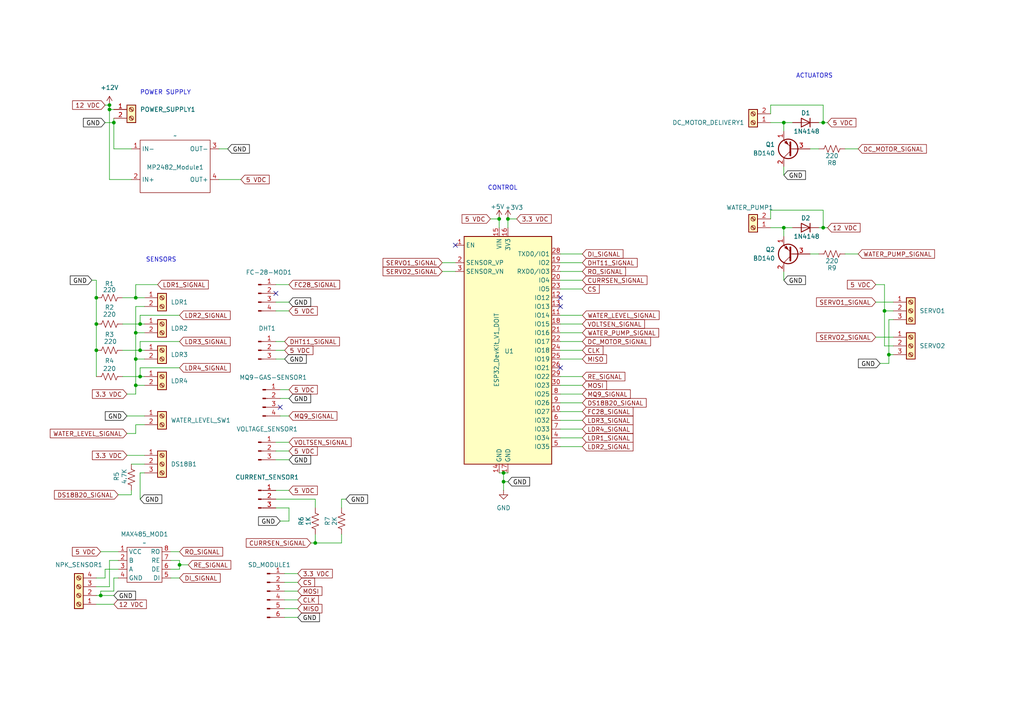
<source format=kicad_sch>
(kicad_sch (version 20231120) (generator "eeschema") (generator_version "8.0")
  (paper "A4")
  (lib_symbols
    (symbol "Connector:Conn_01x03_Pin" (pin_names (offset 1.016) hide)
      (property "Reference" "J" (at 0 5.08 0))
      (property "Value" "Conn_01x03_Pin" (at 0 -5.08 0))
      (symbol "Conn_01x03_Pin_1_1"
        (polyline (pts (xy 1.27 -2.54) (xy 0.8636 -2.54)) (stroke (width 0.1524)))
        (polyline (pts (xy 1.27 0) (xy 0.8636 0)) (stroke (width 0.1524)))
        (polyline (pts (xy 1.27 2.54) (xy 0.8636 2.54)) (stroke (width 0.1524)))
        (rectangle (start 0.8636 -2.413) (end 0 -2.667) (stroke (width 0.1524)) (fill (type outline)))
        (rectangle (start 0.8636 0.127) (end 0 -0.127) (stroke (width 0.1524)) (fill (type outline)))
        (rectangle (start 0.8636 2.667) (end 0 2.413) (stroke (width 0.1524)) (fill (type outline)))
        (pin passive line (at 5.08 2.54 180) (length 3.81) (name "Pin_1") (number "1"))
        (pin passive line (at 5.08 0 180) (length 3.81) (name "Pin_2") (number "2"))
        (pin passive line (at 5.08 -2.54 180) (length 3.81) (name "Pin_3") (number "3"))
      )
    )
    (symbol "Connector:Conn_01x04_Pin" (pin_names (offset 1.016) hide)
      (property "Reference" "J" (at 0 5.08 0))
      (property "Value" "Conn_01x04_Pin" (at 0 -7.62 0))
      (symbol "Conn_01x04_Pin_1_1"
        (polyline (pts (xy 1.27 -5.08) (xy 0.8636 -5.08)) (stroke (width 0.1524)))
        (polyline (pts (xy 1.27 -2.54) (xy 0.8636 -2.54)) (stroke (width 0.1524)))
        (polyline (pts (xy 1.27 0) (xy 0.8636 0)) (stroke (width 0.1524)))
        (polyline (pts (xy 1.27 2.54) (xy 0.8636 2.54)) (stroke (width 0.1524)))
        (rectangle (start 0.8636 -4.953) (end 0 -5.207) (stroke (width 0.1524)) (fill (type outline)))
        (rectangle (start 0.8636 -2.413) (end 0 -2.667) (stroke (width 0.1524)) (fill (type outline)))
        (rectangle (start 0.8636 0.127) (end 0 -0.127) (stroke (width 0.1524)) (fill (type outline)))
        (rectangle (start 0.8636 2.667) (end 0 2.413) (stroke (width 0.1524)) (fill (type outline)))
        (pin passive line (at 5.08 2.54 180) (length 3.81) (name "Pin_1") (number "1"))
        (pin passive line (at 5.08 0 180) (length 3.81) (name "Pin_2") (number "2"))
        (pin passive line (at 5.08 -2.54 180) (length 3.81) (name "Pin_3") (number "3"))
        (pin passive line (at 5.08 -5.08 180) (length 3.81) (name "Pin_4") (number "4"))
      )
    )
    (symbol "Connector:Conn_01x06_Pin" (pin_names (offset 1.016) hide)
      (property "Reference" "J" (at 0 7.62 0))
      (property "Value" "Conn_01x06_Pin" (at 0 -10.16 0))
      (symbol "Conn_01x06_Pin_1_1"
        (polyline (pts (xy 1.27 -7.62) (xy 0.8636 -7.62)) (stroke (width 0.1524)))
        (polyline (pts (xy 1.27 -5.08) (xy 0.8636 -5.08)) (stroke (width 0.1524)))
        (polyline (pts (xy 1.27 -2.54) (xy 0.8636 -2.54)) (stroke (width 0.1524)))
        (polyline (pts (xy 1.27 0) (xy 0.8636 0)) (stroke (width 0.1524)))
        (polyline (pts (xy 1.27 2.54) (xy 0.8636 2.54)) (stroke (width 0.1524)))
        (polyline (pts (xy 1.27 5.08) (xy 0.8636 5.08)) (stroke (width 0.1524)))
        (rectangle (start 0.8636 -7.493) (end 0 -7.747) (stroke (width 0.1524)) (fill (type outline)))
        (rectangle (start 0.8636 -4.953) (end 0 -5.207) (stroke (width 0.1524)) (fill (type outline)))
        (rectangle (start 0.8636 -2.413) (end 0 -2.667) (stroke (width 0.1524)) (fill (type outline)))
        (rectangle (start 0.8636 0.127) (end 0 -0.127) (stroke (width 0.1524)) (fill (type outline)))
        (rectangle (start 0.8636 2.667) (end 0 2.413) (stroke (width 0.1524)) (fill (type outline)))
        (rectangle (start 0.8636 5.207) (end 0 4.953) (stroke (width 0.1524)) (fill (type outline)))
        (pin passive line (at 5.08 5.08 180) (length 3.81) (name "Pin_1") (number "1"))
        (pin passive line (at 5.08 2.54 180) (length 3.81) (name "Pin_2") (number "2"))
        (pin passive line (at 5.08 0 180) (length 3.81) (name "Pin_3") (number "3"))
        (pin passive line (at 5.08 -2.54 180) (length 3.81) (name "Pin_4") (number "4"))
        (pin passive line (at 5.08 -5.08 180) (length 3.81) (name "Pin_5") (number "5"))
        (pin passive line (at 5.08 -7.62 180) (length 3.81) (name "Pin_6") (number "6"))
      )
    )
    (symbol "Connector:Screw_Terminal_01x02" (pin_names (offset 1.016) hide)
      (property "Reference" "J" (at 0 2.54 0))
      (property "Value" "Screw_Terminal_01x02" (at 0 -5.08 0))
      (symbol "Screw_Terminal_01x02_1_1"
        (rectangle (start -1.27 1.27) (end 1.27 -3.81) (stroke (width 0.254)) (fill (type background)))
        (circle (center 0 -2.54) (radius 0.635) (stroke (width 0.1524)))
        (polyline (pts (xy -0.5334 -2.2098) (xy 0.3302 -3.048)) (stroke (width 0.1524)))
        (polyline (pts (xy -0.5334 0.3302) (xy 0.3302 -0.508)) (stroke (width 0.1524)))
        (polyline (pts (xy -0.3556 -2.032) (xy 0.508 -2.8702)) (stroke (width 0.1524)))
        (polyline (pts (xy -0.3556 0.508) (xy 0.508 -0.3302)) (stroke (width 0.1524)))
        (circle (center 0 0) (radius 0.635) (stroke (width 0.1524)))
        (pin passive line (at -5.08 0 0) (length 3.81) (name "Pin_1") (number "1"))
        (pin passive line (at -5.08 -2.54 0) (length 3.81) (name "Pin_2") (number "2"))
      )
    )
    (symbol "Connector:Screw_Terminal_01x03" (pin_names (offset 1.016) hide)
      (property "Reference" "J" (at 0 5.08 0))
      (property "Value" "Screw_Terminal_01x03" (at 0 -5.08 0))
      (symbol "Screw_Terminal_01x03_1_1"
        (rectangle (start -1.27 3.81) (end 1.27 -3.81) (stroke (width 0.254)) (fill (type background)))
        (circle (center 0 -2.54) (radius 0.635) (stroke (width 0.1524)))
        (polyline (pts (xy -0.5334 -2.2098) (xy 0.3302 -3.048)) (stroke (width 0.1524)))
        (polyline (pts (xy -0.5334 0.3302) (xy 0.3302 -0.508)) (stroke (width 0.1524)))
        (polyline (pts (xy -0.5334 2.8702) (xy 0.3302 2.032)) (stroke (width 0.1524)))
        (polyline (pts (xy -0.3556 -2.032) (xy 0.508 -2.8702)) (stroke (width 0.1524)))
        (polyline (pts (xy -0.3556 0.508) (xy 0.508 -0.3302)) (stroke (width 0.1524)))
        (polyline (pts (xy -0.3556 3.048) (xy 0.508 2.2098)) (stroke (width 0.1524)))
        (circle (center 0 0) (radius 0.635) (stroke (width 0.1524)))
        (circle (center 0 2.54) (radius 0.635) (stroke (width 0.1524)))
        (pin passive line (at -5.08 2.54 0) (length 3.81) (name "Pin_1") (number "1"))
        (pin passive line (at -5.08 0 0) (length 3.81) (name "Pin_2") (number "2"))
        (pin passive line (at -5.08 -2.54 0) (length 3.81) (name "Pin_3") (number "3"))
      )
    )
    (symbol "Connector:Screw_Terminal_01x04" (pin_names (offset 1.016) hide)
      (property "Reference" "J" (at 0 5.08 0))
      (property "Value" "Screw_Terminal_01x04" (at 0 -7.62 0))
      (symbol "Screw_Terminal_01x04_1_1"
        (rectangle (start -1.27 3.81) (end 1.27 -6.35) (stroke (width 0.254)) (fill (type background)))
        (circle (center 0 -5.08) (radius 0.635) (stroke (width 0.1524)))
        (circle (center 0 -2.54) (radius 0.635) (stroke (width 0.1524)))
        (polyline (pts (xy -0.5334 -4.7498) (xy 0.3302 -5.588)) (stroke (width 0.1524)))
        (polyline (pts (xy -0.5334 -2.2098) (xy 0.3302 -3.048)) (stroke (width 0.1524)))
        (polyline (pts (xy -0.5334 0.3302) (xy 0.3302 -0.508)) (stroke (width 0.1524)))
        (polyline (pts (xy -0.5334 2.8702) (xy 0.3302 2.032)) (stroke (width 0.1524)))
        (polyline (pts (xy -0.3556 -4.572) (xy 0.508 -5.4102)) (stroke (width 0.1524)))
        (polyline (pts (xy -0.3556 -2.032) (xy 0.508 -2.8702)) (stroke (width 0.1524)))
        (polyline (pts (xy -0.3556 0.508) (xy 0.508 -0.3302)) (stroke (width 0.1524)))
        (polyline (pts (xy -0.3556 3.048) (xy 0.508 2.2098)) (stroke (width 0.1524)))
        (circle (center 0 0) (radius 0.635) (stroke (width 0.1524)))
        (circle (center 0 2.54) (radius 0.635) (stroke (width 0.1524)))
        (pin passive line (at -5.08 2.54 0) (length 3.81) (name "Pin_1") (number "1"))
        (pin passive line (at -5.08 0 0) (length 3.81) (name "Pin_2") (number "2"))
        (pin passive line (at -5.08 -2.54 0) (length 3.81) (name "Pin_3") (number "3"))
        (pin passive line (at -5.08 -5.08 0) (length 3.81) (name "Pin_4") (number "4"))
      )
    )
    (symbol "Device:R_US" (pin_numbers hide) (pin_names (offset 0))
      (property "Reference" "R" (at 2.54 0 90))
      (property "Value" "R_US" (at -2.54 0 90))
      (symbol "R_US_0_1"
        (polyline (pts (xy 0 -2.286) (xy 0 -2.54)))
        (polyline (pts (xy 0 2.286) (xy 0 2.54)))
        (polyline (pts (xy 0 -0.762) (xy 1.016 -1.143) (xy 0 -1.524) (xy -1.016 -1.905) (xy 0 -2.286)))
        (polyline (pts (xy 0 0.762) (xy 1.016 0.381) (xy 0 0) (xy -1.016 -0.381) (xy 0 -0.762)))
        (polyline (pts (xy 0 2.286) (xy 1.016 1.905) (xy 0 1.524) (xy -1.016 1.143) (xy 0 0.762)))
      )
      (symbol "R_US_1_1"
        (pin passive line (at 0 3.81 270) (length 1.27) (name "~") (number "1"))
        (pin passive line (at 0 -3.81 90) (length 1.27) (name "~") (number "2"))
      )
    )
    (symbol "Diode:1N4148" (pin_numbers hide) (pin_names hide)
      (property "Reference" "D" (at 0 2.54 0))
      (property "Value" "1N4148" (at 0 -2.54 0))
      (symbol "1N4148_0_1"
        (polyline (pts (xy -1.27 1.27) (xy -1.27 -1.27)) (stroke (width 0.254)))
        (polyline (pts (xy 1.27 0) (xy -1.27 0)))
        (polyline (pts (xy 1.27 1.27) (xy 1.27 -1.27) (xy -1.27 0) (xy 1.27 1.27)) (stroke (width 0.254)))
      )
      (symbol "1N4148_1_1"
        (pin passive line (at -3.81 0 0) (length 2.54) (name "K") (number "1"))
        (pin passive line (at 3.81 0 180) (length 2.54) (name "A") (number "2"))
      )
    )
    (symbol "MAX485_Module:MAX485"
      (property "Reference" "MAX485_MOD1" (at 0 7.62 0))
      (property "Value" "~" (at 0 5.08 0))
      (symbol "MAX485_0_1"
        (rectangle (start -5.08 3.81) (end 5.08 -6.35))
      )
      (symbol "MAX485_1_1"
        (pin bidirectional line (at -7.62 2.54 0) (length 2.54) (name "VCC") (number "1"))
        (pin bidirectional line (at -7.62 0 0) (length 2.54) (name "B") (number "2"))
        (pin bidirectional line (at -7.62 -2.54 0) (length 2.54) (name "A") (number "3"))
        (pin bidirectional line (at -7.62 -5.08 0) (length 2.54) (name "GND") (number "4"))
        (pin bidirectional line (at 7.62 -5.08 180) (length 2.54) (name "DI") (number "5"))
        (pin bidirectional line (at 7.62 -2.54 180) (length 2.54) (name "DE") (number "6"))
        (pin bidirectional line (at 7.62 0 180) (length 2.54) (name "RE") (number "7"))
        (pin bidirectional line (at 7.62 2.54 180) (length 2.54) (name "RO") (number "8"))
      )
    )
    (symbol "MP2482_Module:MP2482_Module"
      (property "Reference" "MP2482_Module1" (at 0 11.43 0))
      (property "Value" "~" (at 0 8.89 0))
      (symbol "MP2482_Module_0_1"
        (rectangle (start -10.16 7.62) (end 10.16 -7.62))
      )
      (symbol "MP2482_Module_1_1"
        (pin input line (at -12.7 5.08 0) (length 2.54) (name "IN-") (number "1"))
        (pin input line (at -12.7 -3.81 0) (length 2.54) (name "IN+") (number "2"))
        (pin output line (at 12.7 5.08 180) (length 2.54) (name "OUT-") (number "3"))
        (pin output line (at 12.7 -3.81 180) (length 2.54) (name "OUT+") (number "4"))
      )
    )
    (symbol "Transistor_BJT:BD140" (pin_names (offset 0) hide)
      (property "Reference" "Q" (at 5.08 1.905 0))
      (property "Value" "BD140" (at 5.08 0 0))
      (symbol "BD140_0_1"
        (polyline (pts (xy 0 0) (xy 0.635 0)))
        (polyline (pts (xy 2.54 -2.54) (xy 0.635 -0.635)))
        (polyline (pts (xy 2.54 2.54) (xy 0.635 0.635)))
        (polyline (pts (xy 0.635 1.905) (xy 0.635 -1.905) (xy 0.635 -1.905)) (stroke (width 0.508)) (fill (type outline)))
        (polyline (pts (xy 1.778 -2.286) (xy 2.286 -1.778) (xy 1.27 -1.27) (xy 1.778 -2.286) (xy 1.778 -2.286)) (fill (type outline)))
        (circle (center 1.27 0) (radius 2.8194) (stroke (width 0.3048)))
      )
      (symbol "BD140_1_1"
        (pin passive line (at 2.54 -5.08 90) (length 2.54) (name "E") (number "1"))
        (pin passive line (at 2.54 5.08 270) (length 2.54) (name "C") (number "2"))
        (pin input line (at -5.08 0 0) (length 5.08) (name "B") (number "3"))
      )
    )
    (symbol "esp32_devkit_v1_doit:ESP32_DevKit_V1_DOIT"
      (property "Reference" "U" (at -11.43 34.29 0))
      (property "Value" "ESP32_DevKit_V1_DOIT" (at 11.43 34.29 0))
      (symbol "ESP32_DevKit_V1_DOIT_1_1"
        (rectangle (start -12.7 33.02) (end 12.7 -33.02) (stroke (width 0.254)) (fill (type background)))
        (pin input line (at -15.24 30.48 0) (length 2.54) (name "EN") (number "1"))
        (pin bidirectional line (at 15.24 -17.78 180) (length 2.54) (name "IO27") (number "10"))
        (pin bidirectional line (at 15.24 10.16 180) (length 2.54) (name "IO14") (number "11"))
        (pin bidirectional line (at 15.24 15.24 180) (length 2.54) (name "IO12") (number "12"))
        (pin bidirectional line (at 15.24 12.7 180) (length 2.54) (name "IO13") (number "13"))
        (pin power_in line (at -2.54 -35.56 90) (length 2.54) (name "GND") (number "14"))
        (pin power_in line (at -2.54 35.56 270) (length 2.54) (name "VIN") (number "15"))
        (pin power_in line (at 0 35.56 270) (length 2.54) (name "3V3") (number "16"))
        (pin power_in line (at 0 -35.56 90) (length 2.54) (name "GND") (number "17"))
        (pin bidirectional line (at 15.24 7.62 180) (length 2.54) (name "IO15") (number "18"))
        (pin bidirectional line (at 15.24 25.4 180) (length 2.54) (name "IO2") (number "19"))
        (pin input line (at -15.24 25.4 0) (length 2.54) (name "SENSOR_VP") (number "2"))
        (pin bidirectional line (at 15.24 20.32 180) (length 2.54) (name "IO4") (number "20"))
        (pin bidirectional line (at 15.24 5.08 180) (length 2.54) (name "IO16") (number "21"))
        (pin bidirectional line (at 15.24 2.54 180) (length 2.54) (name "IO17") (number "22"))
        (pin bidirectional line (at 15.24 17.78 180) (length 2.54) (name "IO5") (number "23"))
        (pin bidirectional line (at 15.24 0 180) (length 2.54) (name "IO18") (number "24"))
        (pin bidirectional line (at 15.24 -2.54 180) (length 2.54) (name "IO19") (number "25"))
        (pin bidirectional line (at 15.24 -5.08 180) (length 2.54) (name "IO21") (number "26"))
        (pin bidirectional line (at 15.24 22.86 180) (length 2.54) (name "RXD0/IO3") (number "27"))
        (pin bidirectional line (at 15.24 27.94 180) (length 2.54) (name "TXD0/IO1") (number "28"))
        (pin bidirectional line (at 15.24 -7.62 180) (length 2.54) (name "IO22") (number "29"))
        (pin input line (at -15.24 22.86 0) (length 2.54) (name "SENSOR_VN") (number "3"))
        (pin bidirectional line (at 15.24 -10.16 180) (length 2.54) (name "IO23") (number "30"))
        (pin input line (at 15.24 -25.4 180) (length 2.54) (name "IO34") (number "4"))
        (pin input line (at 15.24 -27.94 180) (length 2.54) (name "IO35") (number "5"))
        (pin bidirectional line (at 15.24 -20.32 180) (length 2.54) (name "IO32") (number "6"))
        (pin bidirectional line (at 15.24 -22.86 180) (length 2.54) (name "IO33") (number "7"))
        (pin bidirectional line (at 15.24 -12.7 180) (length 2.54) (name "IO25") (number "8"))
        (pin bidirectional line (at 15.24 -15.24 180) (length 2.54) (name "IO26") (number "9"))
      )
    )
    (symbol "power:+12V" (power) (pin_numbers hide) (pin_names (offset 0) hide)
      (property "Value" "+12V" (at 0 3.556 0))
      (symbol "+12V_0_1"
        (polyline (pts (xy -0.762 1.27) (xy 0 2.54)))
        (polyline (pts (xy 0 0) (xy 0 2.54)))
        (polyline (pts (xy 0 2.54) (xy 0.762 1.27)))
      )
      (symbol "+12V_1_1"
        (pin power_in line (at 0 0 90) (length 0) (name "~") (number "1"))
      )
    )
    (symbol "power:+3V3" (power) (pin_numbers hide) (pin_names (offset 0) hide)
      (property "Value" "+3V3" (at 0 3.556 0))
      (symbol "+3V3_0_1"
        (polyline (pts (xy -0.762 1.27) (xy 0 2.54)))
        (polyline (pts (xy 0 0) (xy 0 2.54)))
        (polyline (pts (xy 0 2.54) (xy 0.762 1.27)))
      )
      (symbol "+3V3_1_1"
        (pin power_in line (at 0 0 90) (length 0) (name "~") (number "1"))
      )
    )
    (symbol "power:+5V" (power) (pin_numbers hide) (pin_names (offset 0) hide)
      (property "Value" "+5V" (at 0 3.556 0))
      (symbol "+5V_0_1"
        (polyline (pts (xy -0.762 1.27) (xy 0 2.54)))
        (polyline (pts (xy 0 0) (xy 0 2.54)))
        (polyline (pts (xy 0 2.54) (xy 0.762 1.27)))
      )
      (symbol "+5V_1_1"
        (pin power_in line (at 0 0 90) (length 0) (name "~") (number "1"))
      )
    )
    (symbol "power:GND" (power) (pin_numbers hide) (pin_names (offset 0) hide)
      (property "Value" "GND" (at 0 -3.81 0))
      (symbol "GND_0_1"
        (polyline (pts (xy 0 0) (xy 0 -1.27) (xy 1.27 -1.27) (xy 0 -2.54) (xy -1.27 -1.27) (xy 0 -1.27)))
      )
      (symbol "GND_1_1"
        (pin power_in line (at 0 0 270) (length 0) (name "~") (number "1"))
      )
    )
  )
  (junction (at 27.94 93.98))
  (junction (at 238.76 35.56))
  (junction (at 257.81 102.87))
  (junction (at 27.94 86.36))
  (junction (at 256.54 90.17))
  (junction (at 40.64 101.6))
  (junction (at 40.64 93.98))
  (junction (at 31.75 30.48))
  (junction (at 147.32 63.5))
  (junction (at 27.94 101.6))
  (junction (at 227.33 66.04))
  (junction (at 39.37 111.76))
  (junction (at 91.44 157.48))
  (junction (at 39.37 86.36))
  (junction (at 238.76 66.04))
  (junction (at 33.02 35.56))
  (junction (at 144.78 63.5))
  (junction (at 227.33 35.56))
  (junction (at 39.37 104.14))
  (junction (at 52.07 163.83))
  (junction (at 29.21 172.72))
  (junction (at 40.64 109.22))
  (junction (at 146.05 139.7))
  (junction (at 146.05 137.16))
  (junction (at 31.75 31.75))
  (junction (at 39.37 96.52))
  (no_connect (at 81.28 118.11))
  (no_connect (at 80.01 85.09))
  (no_connect (at 162.56 88.9))
  (no_connect (at 132.08 71.12))
  (no_connect (at 162.56 106.68))
  (no_connect (at 162.56 86.36))
  (wire (pts (xy 49.53 162.56) (xy 52.07 162.56)))
  (wire (pts (xy 63.5 52.07) (xy 69.85 52.07)))
  (wire (pts (xy 80.01 128.27) (xy 83.82 128.27)))
  (wire (pts (xy 162.56 78.74) (xy 168.91 78.74)))
  (wire (pts (xy 82.55 168.91) (xy 86.36 168.91)))
  (wire (pts (xy 162.56 83.82) (xy 168.91 83.82)))
  (wire (pts (xy 162.56 76.2) (xy 168.91 76.2)))
  (wire (pts (xy 99.06 144.78) (xy 99.06 147.32)))
  (wire (pts (xy 82.55 171.45) (xy 86.36 171.45)))
  (wire (pts (xy 49.53 160.02) (xy 52.07 160.02)))
  (wire (pts (xy 223.52 33.02) (xy 223.52 30.48)))
  (wire (pts (xy 144.78 66.04) (xy 144.78 63.5)))
  (wire (pts (xy 162.56 93.98) (xy 168.91 93.98)))
  (wire (pts (xy 223.52 63.5) (xy 223.52 60.96)))
  (wire (pts (xy 144.78 137.16) (xy 146.05 137.16)))
  (wire (pts (xy 31.75 30.48) (xy 31.75 31.75)))
  (wire (pts (xy 36.83 132.08) (xy 41.91 132.08)))
  (wire (pts (xy 49.53 165.1) (xy 52.07 165.1)))
  (wire (pts (xy 162.56 121.92) (xy 168.91 121.92)))
  (wire (pts (xy 227.33 35.56) (xy 229.87 35.56)))
  (wire (pts (xy 82.55 179.07) (xy 86.36 179.07)))
  (wire (pts (xy 45.72 82.55) (xy 39.37 82.55)))
  (wire (pts (xy 40.64 101.6) (xy 41.91 101.6)))
  (wire (pts (xy 162.56 116.84) (xy 168.91 116.84)))
  (wire (pts (xy 128.27 78.74) (xy 132.08 78.74)))
  (wire (pts (xy 39.37 86.36) (xy 41.91 86.36)))
  (wire (pts (xy 99.06 157.48) (xy 99.06 154.94)))
  (wire (pts (xy 33.02 35.56) (xy 33.02 43.18)))
  (wire (pts (xy 39.37 123.19) (xy 39.37 125.73)))
  (wire (pts (xy 80.01 133.35) (xy 83.82 133.35)))
  (wire (pts (xy 41.91 123.19) (xy 39.37 123.19)))
  (wire (pts (xy 40.64 137.16) (xy 41.91 137.16)))
  (wire (pts (xy 40.64 137.16) (xy 40.64 144.78)))
  (wire (pts (xy 80.01 101.6) (xy 82.55 101.6)))
  (wire (pts (xy 227.33 38.1) (xy 227.33 35.56)))
  (wire (pts (xy 223.52 66.04) (xy 227.33 66.04)))
  (wire (pts (xy 29.21 172.72) (xy 33.02 172.72)))
  (wire (pts (xy 257.81 105.41) (xy 257.81 102.87)))
  (wire (pts (xy 52.07 99.06) (xy 40.64 99.06)))
  (wire (pts (xy 257.81 92.71) (xy 257.81 102.87)))
  (wire (pts (xy 80.01 144.78) (xy 91.44 144.78)))
  (wire (pts (xy 52.07 163.83) (xy 54.61 163.83)))
  (wire (pts (xy 91.44 147.32) (xy 91.44 144.78)))
  (wire (pts (xy 128.27 76.2) (xy 132.08 76.2)))
  (wire (pts (xy 256.54 82.55) (xy 256.54 90.17)))
  (wire (pts (xy 82.55 173.99) (xy 86.36 173.99)))
  (wire (pts (xy 227.33 66.04) (xy 229.87 66.04)))
  (wire (pts (xy 27.94 170.18) (xy 31.75 170.18)))
  (wire (pts (xy 147.32 139.7) (xy 146.05 139.7)))
  (wire (pts (xy 144.78 63.5) (xy 142.24 63.5)))
  (wire (pts (xy 146.05 137.16) (xy 147.32 137.16)))
  (wire (pts (xy 254 97.79) (xy 259.08 97.79)))
  (wire (pts (xy 162.56 73.66) (xy 168.91 73.66)))
  (wire (pts (xy 31.75 31.75) (xy 33.02 31.75)))
  (wire (pts (xy 256.54 90.17) (xy 256.54 100.33)))
  (wire (pts (xy 162.56 91.44) (xy 168.91 91.44)))
  (wire (pts (xy 36.83 114.3) (xy 39.37 114.3)))
  (wire (pts (xy 91.44 157.48) (xy 99.06 157.48)))
  (wire (pts (xy 83.82 147.32) (xy 83.82 151.13)))
  (wire (pts (xy 162.56 96.52) (xy 168.91 96.52)))
  (wire (pts (xy 36.83 120.65) (xy 41.91 120.65)))
  (wire (pts (xy 41.91 88.9) (xy 39.37 88.9)))
  (wire (pts (xy 162.56 111.76) (xy 168.91 111.76)))
  (wire (pts (xy 30.48 165.1) (xy 34.29 165.1)))
  (wire (pts (xy 80.01 142.24) (xy 83.82 142.24)))
  (wire (pts (xy 38.1 134.62) (xy 41.91 134.62)))
  (wire (pts (xy 38.1 142.24) (xy 38.1 143.51)))
  (wire (pts (xy 39.37 88.9) (xy 39.37 96.52)))
  (wire (pts (xy 49.53 167.64) (xy 52.07 167.64)))
  (wire (pts (xy 30.48 30.48) (xy 31.75 30.48)))
  (wire (pts (xy 162.56 124.46) (xy 168.91 124.46)))
  (wire (pts (xy 238.76 30.48) (xy 238.76 35.56)))
  (wire (pts (xy 254 82.55) (xy 256.54 82.55)))
  (wire (pts (xy 39.37 96.52) (xy 41.91 96.52)))
  (wire (pts (xy 52.07 91.44) (xy 40.64 91.44)))
  (wire (pts (xy 254 87.63) (xy 259.08 87.63)))
  (wire (pts (xy 80.01 82.55) (xy 83.82 82.55)))
  (wire (pts (xy 27.94 175.26) (xy 33.02 175.26)))
  (wire (pts (xy 81.28 115.57) (xy 83.82 115.57)))
  (wire (pts (xy 33.02 34.29) (xy 33.02 35.56)))
  (wire (pts (xy 40.64 109.22) (xy 41.91 109.22)))
  (wire (pts (xy 27.94 93.98) (xy 27.94 101.6)))
  (wire (pts (xy 162.56 114.3) (xy 168.91 114.3)))
  (wire (pts (xy 81.28 113.03) (xy 83.82 113.03)))
  (wire (pts (xy 80.01 99.06) (xy 82.55 99.06)))
  (wire (pts (xy 52.07 162.56) (xy 52.07 163.83)))
  (wire (pts (xy 35.56 86.36) (xy 39.37 86.36)))
  (wire (pts (xy 223.52 60.96) (xy 238.76 60.96)))
  (wire (pts (xy 29.21 171.45) (xy 29.21 172.72)))
  (wire (pts (xy 162.56 127) (xy 168.91 127)))
  (wire (pts (xy 29.21 160.02) (xy 34.29 160.02)))
  (wire (pts (xy 27.94 86.36) (xy 27.94 93.98)))
  (wire (pts (xy 27.94 101.6) (xy 27.94 109.22)))
  (wire (pts (xy 39.37 114.3) (xy 39.37 111.76)))
  (wire (pts (xy 91.44 154.94) (xy 91.44 157.48)))
  (wire (pts (xy 81.28 151.13) (xy 83.82 151.13)))
  (wire (pts (xy 227.33 68.58) (xy 227.33 66.04)))
  (wire (pts (xy 223.52 30.48) (xy 238.76 30.48)))
  (wire (pts (xy 234.95 73.66) (xy 237.49 73.66)))
  (wire (pts (xy 39.37 104.14) (xy 39.37 111.76)))
  (wire (pts (xy 40.64 93.98) (xy 41.91 93.98)))
  (wire (pts (xy 80.01 90.17) (xy 83.82 90.17)))
  (wire (pts (xy 52.07 106.68) (xy 40.64 106.68)))
  (wire (pts (xy 27.94 81.28) (xy 27.94 86.36)))
  (wire (pts (xy 26.67 81.28) (xy 27.94 81.28)))
  (wire (pts (xy 31.75 31.75) (xy 31.75 52.07)))
  (wire (pts (xy 30.48 167.64) (xy 30.48 165.1)))
  (wire (pts (xy 40.64 99.06) (xy 40.64 101.6)))
  (wire (pts (xy 52.07 163.83) (xy 52.07 165.1)))
  (wire (pts (xy 35.56 93.98) (xy 40.64 93.98)))
  (wire (pts (xy 259.08 90.17) (xy 256.54 90.17)))
  (wire (pts (xy 146.05 139.7) (xy 146.05 142.24)))
  (wire (pts (xy 238.76 60.96) (xy 238.76 66.04)))
  (wire (pts (xy 162.56 81.28) (xy 168.91 81.28)))
  (wire (pts (xy 82.55 176.53) (xy 86.36 176.53)))
  (wire (pts (xy 38.1 143.51) (xy 34.29 143.51)))
  (wire (pts (xy 259.08 92.71) (xy 257.81 92.71)))
  (wire (pts (xy 162.56 104.14) (xy 168.91 104.14)))
  (wire (pts (xy 146.05 137.16) (xy 146.05 139.7)))
  (wire (pts (xy 162.56 101.6) (xy 168.91 101.6)))
  (wire (pts (xy 39.37 96.52) (xy 39.37 104.14)))
  (wire (pts (xy 33.02 171.45) (xy 29.21 171.45)))
  (wire (pts (xy 38.1 52.07) (xy 31.75 52.07)))
  (wire (pts (xy 27.94 167.64) (xy 30.48 167.64)))
  (wire (pts (xy 237.49 35.56) (xy 238.76 35.56)))
  (wire (pts (xy 80.01 104.14) (xy 82.55 104.14)))
  (wire (pts (xy 162.56 129.54) (xy 168.91 129.54)))
  (wire (pts (xy 223.52 35.56) (xy 227.33 35.56)))
  (wire (pts (xy 90.17 157.48) (xy 91.44 157.48)))
  (wire (pts (xy 33.02 167.64) (xy 33.02 171.45)))
  (wire (pts (xy 39.37 111.76) (xy 41.91 111.76)))
  (wire (pts (xy 30.48 35.56) (xy 33.02 35.56)))
  (wire (pts (xy 162.56 109.22) (xy 168.91 109.22)))
  (wire (pts (xy 147.32 66.04) (xy 147.32 63.5)))
  (wire (pts (xy 256.54 100.33) (xy 259.08 100.33)))
  (wire (pts (xy 63.5 43.18) (xy 66.04 43.18)))
  (wire (pts (xy 237.49 66.04) (xy 238.76 66.04)))
  (wire (pts (xy 80.01 130.81) (xy 83.82 130.81)))
  (wire (pts (xy 80.01 147.32) (xy 83.82 147.32)))
  (wire (pts (xy 147.32 63.5) (xy 149.86 63.5)))
  (wire (pts (xy 31.75 170.18) (xy 31.75 162.56)))
  (wire (pts (xy 245.11 73.66) (xy 248.92 73.66)))
  (wire (pts (xy 39.37 82.55) (xy 39.37 86.36)))
  (wire (pts (xy 27.94 172.72) (xy 29.21 172.72)))
  (wire (pts (xy 227.33 48.26) (xy 227.33 50.8)))
  (wire (pts (xy 35.56 109.22) (xy 40.64 109.22)))
  (wire (pts (xy 40.64 91.44) (xy 40.64 93.98)))
  (wire (pts (xy 82.55 166.37) (xy 86.36 166.37)))
  (wire (pts (xy 80.01 87.63) (xy 83.82 87.63)))
  (wire (pts (xy 39.37 104.14) (xy 41.91 104.14)))
  (wire (pts (xy 40.64 106.68) (xy 40.64 109.22)))
  (wire (pts (xy 99.06 144.78) (xy 100.33 144.78)))
  (wire (pts (xy 238.76 66.04) (xy 240.03 66.04)))
  (wire (pts (xy 255.27 105.41) (xy 257.81 105.41)))
  (wire (pts (xy 34.29 167.64) (xy 33.02 167.64)))
  (wire (pts (xy 81.28 120.65) (xy 83.82 120.65)))
  (wire (pts (xy 257.81 102.87) (xy 259.08 102.87)))
  (wire (pts (xy 238.76 35.56) (xy 240.03 35.56)))
  (wire (pts (xy 245.11 43.18) (xy 248.92 43.18)))
  (wire (pts (xy 35.56 101.6) (xy 40.64 101.6)))
  (wire (pts (xy 31.75 162.56) (xy 34.29 162.56)))
  (wire (pts (xy 39.37 125.73) (xy 36.83 125.73)))
  (wire (pts (xy 38.1 43.18) (xy 33.02 43.18)))
  (wire (pts (xy 234.95 43.18) (xy 237.49 43.18)))
  (wire (pts (xy 227.33 78.74) (xy 227.33 81.28)))
  (wire (pts (xy 162.56 119.38) (xy 168.91 119.38)))
  (wire (pts (xy 162.56 99.06) (xy 168.91 99.06)))
  (text "ACTUATORS" (at 236.22 22.098 0) (effects (font (size 1.27 1.27))))
  (text "SENSORS" (at 46.736 75.438 0) (effects (font (size 1.27 1.27))))
  (text "POWER SUPPLY" (at 48.006 26.924 0) (effects (font (size 1.27 1.27))))
  (text "CONTROL" (at 145.796 54.61 0) (effects (font (size 1.27 1.27))))
  (global_label "DC_MOTOR_SIGNAL" (shape input) (at 168.91 99.06 0) (property "Intersheetrefs" "${INTERSHEET_REFS}" (effects (hide yes))))
  (global_label "RO_SIGNAL" (shape input) (at 168.91 78.74 0) (property "Intersheetrefs" "${INTERSHEET_REFS}" (effects (hide yes))))
  (global_label "5 VDC" (shape input) (at 240.03 35.56 0) (property "Intersheetrefs" "${INTERSHEET_REFS}" (effects (hide yes))))
  (global_label "WATER_LEVEL_SIGNAL" (shape input) (at 168.91 91.44 0) (property "Intersheetrefs" "${INTERSHEET_REFS}" (effects (hide yes))))
  (global_label "GND" (shape input) (at 227.33 50.8 0) (property "Intersheetrefs" "${INTERSHEET_REFS}" (effects (hide yes))))
  (global_label "5 VDC" (shape input) (at 69.85 52.07 0) (property "Intersheetrefs" "${INTERSHEET_REFS}" (effects (hide yes))))
  (global_label "GND" (shape input) (at 100.33 144.78 0) (property "Intersheetrefs" "${INTERSHEET_REFS}" (effects (hide yes))))
  (global_label "GND" (shape input) (at 33.02 172.72 0) (property "Intersheetrefs" "${INTERSHEET_REFS}" (effects (hide yes))))
  (global_label "3.3 VDC" (shape input) (at 86.36 166.37 0) (property "Intersheetrefs" "${INTERSHEET_REFS}" (effects (hide yes))))
  (global_label "MQ9_SIGNAL" (shape input) (at 168.91 114.3 0) (property "Intersheetrefs" "${INTERSHEET_REFS}" (effects (hide yes))))
  (global_label "MISO" (shape input) (at 86.36 176.53 0) (property "Intersheetrefs" "${INTERSHEET_REFS}" (effects (hide yes))))
  (global_label "3.3 VDC" (shape input) (at 36.83 132.08 180) (property "Intersheetrefs" "${INTERSHEET_REFS}" (effects (hide yes))))
  (global_label "5 VDC" (shape input) (at 83.82 130.81 0) (property "Intersheetrefs" "${INTERSHEET_REFS}" (effects (hide yes))))
  (global_label "CS" (shape input) (at 86.36 168.91 0) (property "Intersheetrefs" "${INTERSHEET_REFS}" (effects (hide yes))))
  (global_label "GND" (shape input) (at 66.04 43.18 0) (property "Intersheetrefs" "${INTERSHEET_REFS}" (effects (hide yes))))
  (global_label "5 VDC" (shape input) (at 142.24 63.5 180) (property "Intersheetrefs" "${INTERSHEET_REFS}" (effects (hide yes))))
  (global_label "GND" (shape input) (at 227.33 81.28 0) (property "Intersheetrefs" "${INTERSHEET_REFS}" (effects (hide yes))))
  (global_label "3.3 VDC" (shape input) (at 149.86 63.5 0) (property "Intersheetrefs" "${INTERSHEET_REFS}" (effects (hide yes))))
  (global_label "LDR3_SIGNAL" (shape input) (at 168.91 121.92 0) (property "Intersheetrefs" "${INTERSHEET_REFS}" (effects (hide yes))))
  (global_label "5 VDC" (shape input) (at 83.82 113.03 0) (property "Intersheetrefs" "${INTERSHEET_REFS}" (effects (hide yes))))
  (global_label "LDR1_SIGNAL" (shape input) (at 45.72 82.55 0) (property "Intersheetrefs" "${INTERSHEET_REFS}" (effects (hide yes))))
  (global_label "SERVO2_SIGNAL" (shape input) (at 254 97.79 180) (property "Intersheetrefs" "${INTERSHEET_REFS}" (effects (hide yes))))
  (global_label "CS" (shape input) (at 168.91 83.82 0) (property "Intersheetrefs" "${INTERSHEET_REFS}" (effects (hide yes))))
  (global_label "LDR2_SIGNAL" (shape input) (at 168.91 129.54 0) (property "Intersheetrefs" "${INTERSHEET_REFS}" (effects (hide yes))))
  (global_label "MQ9_SIGNAL" (shape input) (at 83.82 120.65 0) (property "Intersheetrefs" "${INTERSHEET_REFS}" (effects (hide yes))))
  (global_label "5 VDC" (shape input) (at 83.82 90.17 0) (property "Intersheetrefs" "${INTERSHEET_REFS}" (effects (hide yes))))
  (global_label "DI_SIGNAL" (shape input) (at 168.91 73.66 0) (property "Intersheetrefs" "${INTERSHEET_REFS}" (effects (hide yes))))
  (global_label "GND" (shape input) (at 86.36 179.07 0) (property "Intersheetrefs" "${INTERSHEET_REFS}" (effects (hide yes))))
  (global_label "LDR2_SIGNAL" (shape input) (at 52.07 91.44 0) (property "Intersheetrefs" "${INTERSHEET_REFS}" (effects (hide yes))))
  (global_label "GND" (shape input) (at 30.48 35.56 180) (property "Intersheetrefs" "${INTERSHEET_REFS}" (effects (hide yes))))
  (global_label "VOLTSEN_SIGNAL" (shape input) (at 83.82 128.27 0) (property "Intersheetrefs" "${INTERSHEET_REFS}" (effects (hide yes))))
  (global_label "GND" (shape input) (at 81.28 151.13 180) (property "Intersheetrefs" "${INTERSHEET_REFS}" (effects (hide yes))))
  (global_label "WATER_PUMP_SIGNAL" (shape input) (at 248.92 73.66 0) (property "Intersheetrefs" "${INTERSHEET_REFS}" (effects (hide yes))))
  (global_label "CURRSEN_SIGNAL" (shape input) (at 168.91 81.28 0) (property "Intersheetrefs" "${INTERSHEET_REFS}" (effects (hide yes))))
  (global_label "RE_SIGNAL" (shape input) (at 168.91 109.22 0) (property "Intersheetrefs" "${INTERSHEET_REFS}" (effects (hide yes))))
  (global_label "CURRSEN_SIGNAL" (shape input) (at 90.17 157.48 180) (property "Intersheetrefs" "${INTERSHEET_REFS}" (effects (hide yes))))
  (global_label "GND" (shape input) (at 36.83 120.65 180) (property "Intersheetrefs" "${INTERSHEET_REFS}" (effects (hide yes))))
  (global_label "LDR3_SIGNAL" (shape input) (at 52.07 99.06 0) (property "Intersheetrefs" "${INTERSHEET_REFS}" (effects (hide yes))))
  (global_label "GND" (shape input) (at 26.67 81.28 180) (property "Intersheetrefs" "${INTERSHEET_REFS}" (effects (hide yes))))
  (global_label "LDR1_SIGNAL" (shape input) (at 168.91 127 0) (property "Intersheetrefs" "${INTERSHEET_REFS}" (effects (hide yes))))
  (global_label "DHT11_SIGNAL" (shape input) (at 168.91 76.2 0) (property "Intersheetrefs" "${INTERSHEET_REFS}" (effects (hide yes))))
  (global_label "GND" (shape input) (at 147.32 139.7 0) (property "Intersheetrefs" "${INTERSHEET_REFS}" (effects (hide yes))))
  (global_label "DI_SIGNAL" (shape input) (at 52.07 167.64 0) (property "Intersheetrefs" "${INTERSHEET_REFS}" (effects (hide yes))))
  (global_label "LDR4_SIGNAL" (shape input) (at 168.91 124.46 0) (property "Intersheetrefs" "${INTERSHEET_REFS}" (effects (hide yes))))
  (global_label "12 VDC" (shape input) (at 240.03 66.04 0) (property "Intersheetrefs" "${INTERSHEET_REFS}" (effects (hide yes))))
  (global_label "DC_MOTOR_SIGNAL" (shape input) (at 248.92 43.18 0) (property "Intersheetrefs" "${INTERSHEET_REFS}" (effects (hide yes))))
  (global_label "WATER_PUMP_SIGNAL" (shape input) (at 168.91 96.52 0) (property "Intersheetrefs" "${INTERSHEET_REFS}" (effects (hide yes))))
  (global_label "DS18B20_SIGNAL" (shape input) (at 34.29 143.51 180) (property "Intersheetrefs" "${INTERSHEET_REFS}" (effects (hide yes))))
  (global_label "MISO" (shape input) (at 168.91 104.14 0) (property "Intersheetrefs" "${INTERSHEET_REFS}" (effects (hide yes))))
  (global_label "5 VDC" (shape input) (at 83.82 142.24 0) (property "Intersheetrefs" "${INTERSHEET_REFS}" (effects (hide yes))))
  (global_label "MOSI" (shape input) (at 86.36 171.45 0) (property "Intersheetrefs" "${INTERSHEET_REFS}" (effects (hide yes))))
  (global_label "5 VDC" (shape input) (at 82.55 101.6 0) (property "Intersheetrefs" "${INTERSHEET_REFS}" (effects (hide yes))))
  (global_label "GND" (shape input) (at 255.27 105.41 180) (property "Intersheetrefs" "${INTERSHEET_REFS}" (effects (hide yes))))
  (global_label "SERVO1_SIGNAL" (shape input) (at 254 87.63 180) (property "Intersheetrefs" "${INTERSHEET_REFS}" (effects (hide yes))))
  (global_label "FC28_SIGNAL" (shape input) (at 168.91 119.38 0) (property "Intersheetrefs" "${INTERSHEET_REFS}" (effects (hide yes))))
  (global_label "5 VDC" (shape input) (at 29.21 160.02 180) (property "Intersheetrefs" "${INTERSHEET_REFS}" (effects (hide yes))))
  (global_label "GND" (shape input) (at 83.82 133.35 0) (property "Intersheetrefs" "${INTERSHEET_REFS}" (effects (hide yes))))
  (global_label "CLK" (shape input) (at 86.36 173.99 0) (property "Intersheetrefs" "${INTERSHEET_REFS}" (effects (hide yes))))
  (global_label "SERVO2_SIGNAL" (shape input) (at 128.27 78.74 180) (property "Intersheetrefs" "${INTERSHEET_REFS}" (effects (hide yes))))
  (global_label "LDR4_SIGNAL" (shape input) (at 52.07 106.68 0) (property "Intersheetrefs" "${INTERSHEET_REFS}" (effects (hide yes))))
  (global_label "DS18B20_SIGNAL" (shape input) (at 168.91 116.84 0) (property "Intersheetrefs" "${INTERSHEET_REFS}" (effects (hide yes))))
  (global_label "CLK" (shape input) (at 168.91 101.6 0) (property "Intersheetrefs" "${INTERSHEET_REFS}" (effects (hide yes))))
  (global_label "GND" (shape input) (at 40.64 144.78 0) (property "Intersheetrefs" "${INTERSHEET_REFS}" (effects (hide yes))))
  (global_label "DHT11_SIGNAL" (shape input) (at 82.55 99.06 0) (property "Intersheetrefs" "${INTERSHEET_REFS}" (effects (hide yes))))
  (global_label "GND" (shape input) (at 83.82 87.63 0) (property "Intersheetrefs" "${INTERSHEET_REFS}" (effects (hide yes))))
  (global_label "5 VDC" (shape input) (at 254 82.55 180) (property "Intersheetrefs" "${INTERSHEET_REFS}" (effects (hide yes))))
  (global_label "GND" (shape input) (at 83.82 115.57 0) (property "Intersheetrefs" "${INTERSHEET_REFS}" (effects (hide yes))))
  (global_label "VOLTSEN_SIGNAL" (shape input) (at 168.91 93.98 0) (property "Intersheetrefs" "${INTERSHEET_REFS}" (effects (hide yes))))
  (global_label "SERVO1_SIGNAL" (shape input) (at 128.27 76.2 180) (property "Intersheetrefs" "${INTERSHEET_REFS}" (effects (hide yes))))
  (global_label "MOSI" (shape input) (at 168.91 111.76 0) (property "Intersheetrefs" "${INTERSHEET_REFS}" (effects (hide yes))))
  (global_label "12 VDC" (shape input) (at 30.48 30.48 180) (property "Intersheetrefs" "${INTERSHEET_REFS}" (effects (hide yes))))
  (global_label "12 VDC" (shape input) (at 33.02 175.26 0) (property "Intersheetrefs" "${INTERSHEET_REFS}" (effects (hide yes))))
  (global_label "3.3 VDC" (shape input) (at 36.83 114.3 180) (property "Intersheetrefs" "${INTERSHEET_REFS}" (effects (hide yes))))
  (global_label "RE_SIGNAL" (shape input) (at 54.61 163.83 0) (property "Intersheetrefs" "${INTERSHEET_REFS}" (effects (hide yes))))
  (global_label "FC28_SIGNAL" (shape input) (at 83.82 82.55 0) (property "Intersheetrefs" "${INTERSHEET_REFS}" (effects (hide yes))))
  (global_label "GND" (shape input) (at 82.55 104.14 0) (property "Intersheetrefs" "${INTERSHEET_REFS}" (effects (hide yes))))
  (global_label "RO_SIGNAL" (shape input) (at 52.07 160.02 0) (property "Intersheetrefs" "${INTERSHEET_REFS}" (effects (hide yes))))
  (global_label "WATER_LEVEL_SIGNAL" (shape input) (at 36.83 125.73 180) (property "Intersheetrefs" "${INTERSHEET_REFS}" (effects (hide yes))))
  (symbol (lib_id "MP2482_Module:MP2482_Module") (at 50.8 48.26 0) (unit 1)
    (property "Reference" "MP2482_Module1" (at 50.8 48.514 0))
    (property "Value" "~" (at 50.8 39.37 0))
    (property "Footprint" "MP2482_Module:MP2482_Module" (effects (hide yes)))
  )
  (symbol (lib_id "Connector:Screw_Terminal_01x03") (at 264.16 90.17 0) (unit 1)
    (property "Reference" "SERVO1" (at 266.7 90.1699 0) (effects (justify left)))
    (property "Value" "Screw_Terminal_01x03" (effects (hide yes)))
    (property "Footprint" "TerminalBlock:TerminalBlock_bornier-3_P5.08mm" (effects (hide yes)))
    (property "Description" "Generic screw terminal, single row, 01x03, script generated (kicad-library-utils/schlib/autogen/connector/)" (effects (hide yes)))
  )
  (symbol (lib_id "Connector:Conn_01x04_Pin") (at 76.2 115.57 0) (unit 1)
    (property "Reference" "MQ9-GAS-SENSOR1" (at 79.248 109.474 0))
    (property "Value" "FC-28-MOD" (effects (hide yes)))
    (property "Footprint" "Connector:FanPinHeader_1x04_P2.54mm_Vertical" (effects (hide yes)))
    (property "Description" "Generic connector, single row, 01x04, script generated" (effects (hide yes)))
  )
  (symbol (lib_id "Connector:Screw_Terminal_01x02") (at 46.99 109.22 0) (unit 1)
    (property "Reference" "LDR4" (at 49.53 110.4899 0) (effects (justify left)))
    (property "Value" "Screw_Terminal_01x02" (effects (hide yes)))
    (property "Footprint" "TerminalBlock:TerminalBlock_bornier-2_P5.08mm" (effects (hide yes)))
    (property "Description" "Generic screw terminal, single row, 01x02, script generated (kicad-library-utils/schlib/autogen/connector/)" (effects (hide yes)))
  )
  (symbol (lib_id "Device:R_US") (at 31.75 86.36 90) (unit 1)
    (property "Reference" "R1" (at 31.75 82.296 90))
    (property "Value" "220" (at 31.75 84.074 90))
    (property "Footprint" "Resistor_THT:R_Axial_DIN0204_L3.6mm_D1.6mm_P5.08mm_Horizontal" (effects (hide yes)))
    (property "Description" "Resistor, US symbol" (effects (hide yes)))
  )
  (symbol (lib_id "Connector:Conn_01x03_Pin") (at 74.93 101.6 0) (unit 1)
    (property "Reference" "DHT1" (at 77.47 95.25 0))
    (property "Value" "DHT11" (effects (hide yes)))
    (property "Footprint" "Connector:FanPinHeader_1x03_P2.54mm_Vertical" (effects (hide yes)))
    (property "Description" "Generic connector, single row, 01x03, script generated" (effects (hide yes)))
  )
  (symbol (lib_id "Transistor_BJT:BD140") (at 229.87 73.66 180) (unit 1)
    (property "Reference" "Q2" (at 224.79 72.3899 0) (effects (justify left)))
    (property "Value" "BD140" (at 224.79 74.9299 0) (effects (justify left)))
    (property "Footprint" "Package_TO_SOT_THT:TO-126-3_Vertical" (effects (hide yes)))
    (property "Datasheet" "http://www.st.com/internet/com/TECHNICAL_RESOURCES/TECHNICAL_LITERATURE/DATASHEET/CD00001225.pdf" (effects (hide yes)))
    (property "Description" "1.5A Ic, 80V Vce, Low Voltage Transistor, TO-126" (effects (hide yes)))
  )
  (symbol (lib_id "Connector:Conn_01x03_Pin") (at 74.93 144.78 0) (unit 1)
    (property "Reference" "CURRENT_SENSOR1" (at 77.47 138.43 0))
    (property "Value" "DHT11" (effects (hide yes)))
    (property "Footprint" "Connector:FanPinHeader_1x03_P2.54mm_Vertical" (effects (hide yes)))
    (property "Description" "Generic connector, single row, 01x03, script generated" (effects (hide yes)))
  )
  (symbol (lib_id "Connector:Screw_Terminal_01x02") (at 38.1 31.75 0) (unit 1)
    (property "Reference" "POWER_SUPPLY1" (at 40.64 31.7499 0) (effects (justify left)))
    (property "Value" "Screw_Terminal_01x02" (effects (hide yes)))
    (property "Footprint" "TerminalBlock:TerminalBlock_bornier-2_P5.08mm" (effects (hide yes)))
    (property "Description" "Generic screw terminal, single row, 01x02, script generated (kicad-library-utils/schlib/autogen/connector/)" (effects (hide yes)))
  )
  (symbol (lib_id "Device:R_US") (at 241.3 43.18 90) (unit 1)
    (property "Reference" "R8" (at 241.3 47.244 90))
    (property "Value" "220" (at 241.3 45.212 90))
    (property "Footprint" "Resistor_THT:R_Axial_DIN0204_L3.6mm_D1.6mm_P5.08mm_Horizontal" (effects (hide yes)))
    (property "Description" "Resistor, US symbol" (effects (hide yes)))
  )
  (symbol (lib_id "Connector:Conn_01x06_Pin") (at 77.47 171.45 0) (unit 1)
    (property "Reference" "SD_MODULE1" (at 78.105 163.83 0))
    (property "Value" "Conn_01x06_Pin" (effects (hide yes)))
    (property "Footprint" "Connector_PinHeader_2.54mm:PinHeader_1x06_P2.54mm_Vertical" (effects (hide yes)))
    (property "Description" "Generic connector, single row, 01x06, script generated" (effects (hide yes)))
  )
  (symbol (lib_id "MAX485_Module:MAX485") (at 41.91 162.56 0) (unit 1)
    (property "Reference" "MAX485_MOD1" (at 41.91 154.94 0))
    (property "Value" "~" (at 41.91 157.48 0))
    (property "Footprint" "MAX485_Module:MAX485_MODULE" (effects (hide yes)))
  )
  (symbol (lib_id "Device:R_US") (at 91.44 151.13 0) (unit 1)
    (property "Reference" "R6" (at 87.376 151.13 90))
    (property "Value" "1K" (at 89.408 151.13 90))
    (property "Footprint" "Resistor_THT:R_Axial_DIN0204_L3.6mm_D1.6mm_P5.08mm_Horizontal" (effects (hide yes)))
    (property "Description" "Resistor, US symbol" (effects (hide yes)))
  )
  (symbol (lib_id "power:GND") (at 146.05 142.24 0) (unit 1)
    (property "Reference" "#PWR01" (effects (hide yes)))
    (property "Value" "GND" (at 146.05 147.32 0))
    (property "Description" "Power symbol creates a global label with name \"GND\" , ground" (effects (hide yes)))
  )
  (symbol (lib_id "Device:R_US") (at 31.75 101.6 90) (unit 1)
    (property "Reference" "R3" (at 31.75 97.028 90))
    (property "Value" "220" (at 32.004 99.06 90))
    (property "Footprint" "Resistor_THT:R_Axial_DIN0204_L3.6mm_D1.6mm_P5.08mm_Horizontal" (effects (hide yes)))
    (property "Description" "Resistor, US symbol" (effects (hide yes)))
  )
  (symbol (lib_id "Transistor_BJT:BD140") (at 229.87 43.18 180) (unit 1)
    (property "Reference" "Q1" (at 224.79 41.9099 0) (effects (justify left)))
    (property "Value" "BD140" (at 224.79 44.4499 0) (effects (justify left)))
    (property "Footprint" "Package_TO_SOT_THT:TO-126-3_Vertical" (effects (hide yes)))
    (property "Datasheet" "http://www.st.com/internet/com/TECHNICAL_RESOURCES/TECHNICAL_LITERATURE/DATASHEET/CD00001225.pdf" (effects (hide yes)))
    (property "Description" "1.5A Ic, 80V Vce, Low Voltage Transistor, TO-126" (effects (hide yes)))
  )
  (symbol (lib_id "power:+12V") (at 31.75 30.48 0) (unit 1)
    (property "Reference" "#PWR04" (effects (hide yes)))
    (property "Value" "+12V" (at 31.75 25.4 0))
    (property "Description" "Power symbol creates a global label with name \"+12V\"" (effects (hide yes)))
  )
  (symbol (lib_id "Connector:Screw_Terminal_01x02") (at 46.99 120.65 0) (unit 1)
    (property "Reference" "WATER_LEVEL_SW1" (at 49.53 121.9199 0) (effects (justify left)))
    (property "Value" "Screw_Terminal_01x02" (effects (hide yes)))
    (property "Footprint" "TerminalBlock:TerminalBlock_bornier-2_P5.08mm" (effects (hide yes)))
    (property "Description" "Generic screw terminal, single row, 01x02, script generated (kicad-library-utils/schlib/autogen/connector/)" (effects (hide yes)))
  )
  (symbol (lib_id "Device:R_US") (at 99.06 151.13 0) (unit 1)
    (property "Reference" "R7" (at 94.996 151.13 90))
    (property "Value" "2K" (at 97.028 151.13 90))
    (property "Footprint" "Resistor_THT:R_Axial_DIN0204_L3.6mm_D1.6mm_P5.08mm_Horizontal" (effects (hide yes)))
    (property "Description" "Resistor, US symbol" (effects (hide yes)))
  )
  (symbol (lib_id "Connector:Screw_Terminal_01x02") (at 46.99 101.6 0) (unit 1)
    (property "Reference" "LDR3" (at 49.53 102.8699 0) (effects (justify left)))
    (property "Value" "Screw_Terminal_01x02" (effects (hide yes)))
    (property "Footprint" "TerminalBlock:TerminalBlock_bornier-2_P5.08mm" (effects (hide yes)))
    (property "Description" "Generic screw terminal, single row, 01x02, script generated (kicad-library-utils/schlib/autogen/connector/)" (effects (hide yes)))
  )
  (symbol (lib_id "Connector:Screw_Terminal_01x04") (at 22.86 172.72 180) (unit 1)
    (property "Reference" "NPK_SENSOR1" (at 22.86 163.83 0))
    (property "Value" "Screw_Terminal_01x04" (effects (hide yes)))
    (property "Footprint" "TerminalBlock:TerminalBlock_bornier-4_P5.08mm" (effects (hide yes)))
    (property "Description" "Generic screw terminal, single row, 01x04, script generated (kicad-library-utils/schlib/autogen/connector/)" (effects (hide yes)))
  )
  (symbol (lib_id "Connector:Screw_Terminal_01x02") (at 218.44 35.56 180) (unit 1)
    (property "Reference" "DC_MOTOR_DELIVERY1" (at 215.9 35.5601 0) (effects (justify left)))
    (property "Value" "Screw_Terminal_01x02" (effects (hide yes)))
    (property "Footprint" "TerminalBlock:TerminalBlock_bornier-2_P5.08mm" (effects (hide yes)))
    (property "Description" "Generic screw terminal, single row, 01x02, script generated (kicad-library-utils/schlib/autogen/connector/)" (effects (hide yes)))
  )
  (symbol (lib_id "Device:R_US") (at 31.75 93.98 90) (unit 1)
    (property "Reference" "R2" (at 31.75 89.154 90))
    (property "Value" "220" (at 31.75 91.186 90))
    (property "Footprint" "Resistor_THT:R_Axial_DIN0204_L3.6mm_D1.6mm_P5.08mm_Horizontal" (effects (hide yes)))
    (property "Description" "Resistor, US symbol" (effects (hide yes)))
  )
  (symbol (lib_id "Connector:Screw_Terminal_01x03") (at 264.16 100.33 0) (unit 1)
    (property "Reference" "SERVO2" (at 266.7 100.3299 0) (effects (justify left)))
    (property "Value" "Screw_Terminal_01x03" (effects (hide yes)))
    (property "Footprint" "TerminalBlock:TerminalBlock_bornier-3_P5.08mm" (effects (hide yes)))
    (property "Description" "Generic screw terminal, single row, 01x03, script generated (kicad-library-utils/schlib/autogen/connector/)" (effects (hide yes)))
  )
  (symbol (lib_id "Diode:1N4148") (at 233.68 66.04 180) (unit 1)
    (property "Reference" "D2" (at 233.68 63.246 0))
    (property "Value" "1N4148" (at 233.934 68.58 0))
    (property "Footprint" "Diode_THT:D_DO-35_SOD27_P7.62mm_Horizontal" (effects (hide yes)))
    (property "Datasheet" "https://assets.nexperia.com/documents/data-sheet/1N4148_1N4448.pdf" (effects (hide yes)))
    (property "Description" "100V 0.15A standard switching diode, DO-35" (effects (hide yes)))
    (property "Sim.Device" "D" (effects (hide yes)))
    (property "Sim.Pins" "1=K 2=A" (effects (hide yes)))
  )
  (symbol (lib_id "Connector:Screw_Terminal_01x03") (at 46.99 134.62 0) (unit 1)
    (property "Reference" "DS18B1" (at 49.53 134.6199 0) (effects (justify left)))
    (property "Value" "Screw_Terminal_01x03" (effects (hide yes)))
    (property "Footprint" "TerminalBlock:TerminalBlock_bornier-3_P5.08mm" (effects (hide yes)))
    (property "Description" "Generic screw terminal, single row, 01x03, script generated (kicad-library-utils/schlib/autogen/connector/)" (effects (hide yes)))
  )
  (symbol (lib_id "Diode:1N4148") (at 233.68 35.56 180) (unit 1)
    (property "Reference" "D1" (at 233.68 32.766 0))
    (property "Value" "1N4148" (at 233.934 38.1 0))
    (property "Footprint" "Diode_THT:D_DO-35_SOD27_P7.62mm_Horizontal" (effects (hide yes)))
    (property "Datasheet" "https://assets.nexperia.com/documents/data-sheet/1N4148_1N4448.pdf" (effects (hide yes)))
    (property "Description" "100V 0.15A standard switching diode, DO-35" (effects (hide yes)))
    (property "Sim.Device" "D" (effects (hide yes)))
    (property "Sim.Pins" "1=K 2=A" (effects (hide yes)))
  )
  (symbol (lib_id "power:+3V3") (at 147.32 63.5 0) (unit 1)
    (property "Reference" "#PWR03" (effects (hide yes)))
    (property "Value" "+3V3" (at 149.098 60.198 0))
    (property "Description" "Power symbol creates a global label with name \"+3V3\"" (effects (hide yes)))
  )
  (symbol (lib_id "Device:R_US") (at 241.3 73.66 90) (unit 1)
    (property "Reference" "R9" (at 241.3 77.724 90))
    (property "Value" "220" (at 241.3 75.692 90))
    (property "Footprint" "Resistor_THT:R_Axial_DIN0204_L3.6mm_D1.6mm_P5.08mm_Horizontal" (effects (hide yes)))
    (property "Description" "Resistor, US symbol" (effects (hide yes)))
  )
  (symbol (lib_id "power:+5V") (at 144.78 63.5 0) (unit 1)
    (property "Reference" "#PWR02" (effects (hide yes)))
    (property "Value" "+5V" (at 144.272 59.944 0))
    (property "Description" "Power symbol creates a global label with name \"+5V\"" (effects (hide yes)))
  )
  (symbol (lib_id "Device:R_US") (at 31.75 109.22 90) (unit 1)
    (property "Reference" "R4" (at 31.75 104.648 90))
    (property "Value" "220" (at 31.75 106.934 90))
    (property "Footprint" "Resistor_THT:R_Axial_DIN0204_L3.6mm_D1.6mm_P5.08mm_Horizontal" (effects (hide yes)))
    (property "Description" "Resistor, US symbol" (effects (hide yes)))
  )
  (symbol (lib_id "Connector:Conn_01x04_Pin") (at 74.93 85.09 0) (unit 1)
    (property "Reference" "FC-28-MOD1" (at 77.978 78.994 0))
    (property "Value" "FC-28-MOD" (effects (hide yes)))
    (property "Footprint" "Connector:FanPinHeader_1x04_P2.54mm_Vertical" (effects (hide yes)))
    (property "Description" "Generic connector, single row, 01x04, script generated" (effects (hide yes)))
  )
  (symbol (lib_id "Connector:Conn_01x03_Pin") (at 74.93 130.81 0) (unit 1)
    (property "Reference" "VOLTAGE_SENSOR1" (at 77.47 124.46 0))
    (property "Value" "DHT11" (effects (hide yes)))
    (property "Footprint" "Connector:FanPinHeader_1x03_P2.54mm_Vertical" (effects (hide yes)))
    (property "Description" "Generic connector, single row, 01x03, script generated" (effects (hide yes)))
  )
  (symbol (lib_id "Connector:Screw_Terminal_01x02") (at 46.99 93.98 0) (unit 1)
    (property "Reference" "LDR2" (at 49.53 95.2499 0) (effects (justify left)))
    (property "Value" "Screw_Terminal_01x02" (effects (hide yes)))
    (property "Footprint" "TerminalBlock:TerminalBlock_bornier-2_P5.08mm" (effects (hide yes)))
    (property "Description" "Generic screw terminal, single row, 01x02, script generated (kicad-library-utils/schlib/autogen/connector/)" (effects (hide yes)))
  )
  (symbol (lib_id "esp32_devkit_v1_doit:ESP32_DevKit_V1_DOIT") (at 147.32 101.6 0) (unit 1)
    (property "Reference" "U1" (at 146.304 101.854 0) (effects (justify left)))
    (property "Value" "ESP32_DevKit_V1_DOIT" (at 144.018 112.268 90) (effects (justify left)))
    (property "Footprint" "esp32_devkit_v1_doit:esp32_devkit_v1_doit" (effects (hide yes)))
    (property "Datasheet" "https://aliexpress.com/item/32864722159.html" (effects (hide yes)))
    (property "Description" "32-bit microcontroller module with WiFi and Bluetooth" (effects (hide yes)))
  )
  (symbol (lib_id "Connector:Screw_Terminal_01x02") (at 46.99 86.36 0) (unit 1)
    (property "Reference" "LDR1" (at 49.53 87.6299 0) (effects (justify left)))
    (property "Value" "Screw_Terminal_01x02" (effects (hide yes)))
    (property "Footprint" "TerminalBlock:TerminalBlock_bornier-2_P5.08mm" (effects (hide yes)))
    (property "Description" "Generic screw terminal, single row, 01x02, script generated (kicad-library-utils/schlib/autogen/connector/)" (effects (hide yes)))
  )
  (symbol (lib_id "Device:R_US") (at 38.1 138.43 180) (unit 1)
    (property "Reference" "R5" (at 33.782 138.176 90))
    (property "Value" "4.7K" (at 36.068 138.176 90))
    (property "Footprint" "Resistor_THT:R_Axial_DIN0204_L3.6mm_D1.6mm_P5.08mm_Horizontal" (effects (hide yes)))
    (property "Description" "Resistor, US symbol" (effects (hide yes)))
  )
  (symbol (lib_id "Connector:Screw_Terminal_01x02") (at 218.44 66.04 180) (unit 1)
    (property "Reference" "WATER_PUMP1" (at 224.282 60.198 0) (effects (justify left)))
    (property "Value" "Screw_Terminal_01x02" (effects (hide yes)))
    (property "Footprint" "TerminalBlock:TerminalBlock_bornier-2_P5.08mm" (effects (hide yes)))
    (property "Description" "Generic screw terminal, single row, 01x02, script generated (kicad-library-utils/schlib/autogen/connector/)" (effects (hide yes)))
  )
)
</source>
